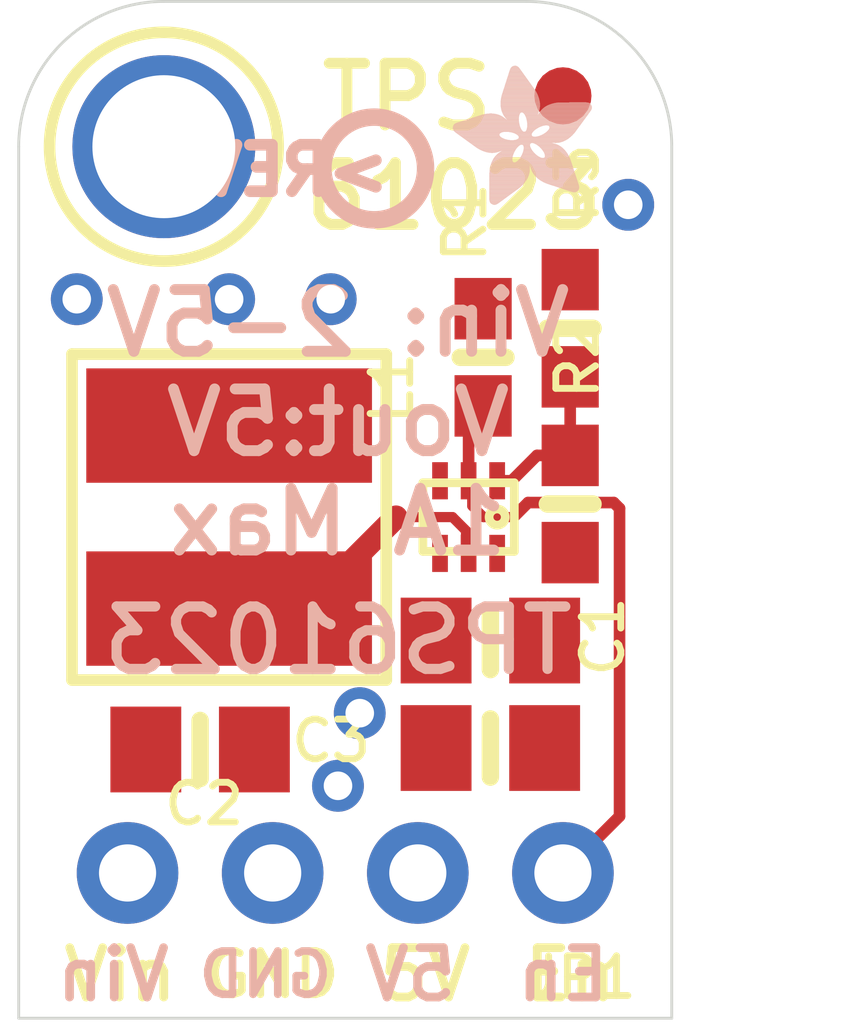
<source format=kicad_pcb>
(kicad_pcb (version 20211014) (generator pcbnew)
  (layers (0 "F.Cu" signal) (31 "B.Cu" signal) (34 "B.Paste" user) (35 "F.Paste" user) (36 "B.SilkS" user "B.Silkscreen") (37 "F.SilkS" user "F.Silkscreen") (38 "B.Mask" user) (39 "F.Mask" user) (44 "Edge.Cuts" user))
  (net 0 "")
  (net 1 "GND")
  (net 2 "VIN")
  (net 3 "EN")
  (net 4 "FB")
  (net 5 "VDD")
  (net 6 "SW")
  (footprint "boardEagle:0603-NO" (layer "F.Cu") (at 152.4381 104.902 90)
    (fp_text reference "R2" (at 1.778 0.127 90) (layer "F.SilkS") (effects (font (size 0.692831 0.692831) (thickness 0.119969)) (justify left)))
    (fp_text value "732K")
    (pad "1" smd rect (at -0.85 0 90) (size 1.075 1) (layers "F.Cu" "F.Paste" "F.Mask") (net 5 "VDD"))
    (pad "2" smd rect (at 0.85 0 90) (size 1.075 1) (layers "F.Cu" "F.Paste" "F.Mask") (net 4 "FB"))
  )
  (footprint "boardEagle:0805-NO" (layer "F.Cu") (at 151.0411 107.2896 180)
    (fp_text reference "C1" (at -1.9685 0.8255 90) (layer "F.SilkS") (effects (font (size 0.692831 0.692831) (thickness 0.119969)) (justify right)))
    (fp_text value "22uF")
    (pad "1" smd rect (at -0.95 0 180) (size 1.24 1.5) (layers "F.Cu" "F.Paste" "F.Mask") (net 5 "VDD"))
    (pad "2" smd rect (at 0.95 0 180) (size 1.24 1.5) (layers "F.Cu" "F.Paste" "F.Mask") (net 1 "GND"))
  )
  (footprint "boardEagle:INDUCTOR_5X5MM_TDK_VLC5045" (layer "F.Cu") (at 146.4691 105.1306 -90)
    (fp_text reference "L1" (at -2.946 -2.846 90) (layer "F.SilkS") (effects (font (size 0.692831 0.692831) (thickness 0.119969)) (justify right)))
    (fp_text value "1uH")
    (pad "P$1" smd rect (at -1.6 0 270) (size 2 5) (layers "F.Cu" "F.Paste" "F.Mask") (net 2 "VIN"))
    (pad "P$2" smd rect (at 1.6 0 270) (size 2 5) (layers "F.Cu" "F.Paste" "F.Mask") (net 6 "SW"))
  )
  (footprint "boardEagle:FIDUCIAL_1MM" (layer "F.Cu") (at 152.3111 97.7646)
    (fp_text reference "FID1" hide)
    (fp_text value "FIDUCIAL_1MM" hide)
    (pad "1" smd roundrect (at 0 0) (size 1 1) (layers "F.Cu" "F.Mask") (roundrect_rratio 0.5))
  )
  (footprint "boardEagle:0603-NO" (layer "F.Cu") (at 152.4381 101.8286 90)
    (fp_text reference "R3" (at 1.778 0.127 90) (layer "F.SilkS") (effects (font (size 0.692831 0.692831) (thickness 0.119969)) (justify left)))
    (fp_text value "100K")
    (pad "1" smd rect (at -0.85 0 90) (size 1.075 1) (layers "F.Cu" "F.Paste" "F.Mask") (net 4 "FB"))
    (pad "2" smd rect (at 0.85 0 90) (size 1.075 1) (layers "F.Cu" "F.Paste" "F.Mask") (net 1 "GND"))
  )
  (footprint "boardEagle:0805-NO" (layer "F.Cu") (at 151.0411 109.1692 180)
    (fp_text reference "C3" (at 2.032 0.127) (layer "F.SilkS") (effects (font (size 0.692831 0.692831) (thickness 0.119969)) (justify right)))
    (fp_text value "22uF")
    (pad "1" smd rect (at -0.95 0 180) (size 1.24 1.5) (layers "F.Cu" "F.Paste" "F.Mask") (net 5 "VDD"))
    (pad "2" smd rect (at 0.95 0 180) (size 1.24 1.5) (layers "F.Cu" "F.Paste" "F.Mask") (net 1 "GND"))
  )
  (footprint "boardEagle:SOT563" (layer "F.Cu") (at 150.6601 105.1306 -90)
    (fp_text reference "IC1" hide)
    (fp_text value "TPS61023" hide)
    (pad "1" smd rect (at -0.635 -0.5 270) (size 0.65 0.275) (layers "F.Cu" "F.Paste" "F.Mask") (net 4 "FB"))
    (pad "2" smd rect (at -0.635 0 270) (size 0.65 0.275) (layers "F.Cu" "F.Paste" "F.Mask") (net 3 "EN"))
    (pad "3" smd rect (at -0.635 0.5 270) (size 0.65 0.275) (layers "F.Cu" "F.Paste" "F.Mask") (net 2 "VIN"))
    (pad "4" smd rect (at 0.635 0.5 270) (size 0.65 0.275) (layers "F.Cu" "F.Paste" "F.Mask") (net 1 "GND"))
    (pad "5" smd rect (at 0.635 0 270) (size 0.65 0.275) (layers "F.Cu" "F.Paste" "F.Mask") (net 6 "SW"))
    (pad "6" smd rect (at 0.635 -0.5 270) (size 0.65 0.275) (layers "F.Cu" "F.Paste" "F.Mask") (net 5 "VDD"))
  )
  (footprint "boardEagle:0603-NO" (layer "F.Cu") (at 150.9141 102.3366 -90)
    (fp_text reference "R1" (at -3.1115 0.3175 90) (layer "F.SilkS") (effects (font (size 0.692831 0.692831) (thickness 0.119969)) (justify right)))
    (fp_text value "100K")
    (pad "1" smd rect (at -0.85 0 270) (size 1.075 1) (layers "F.Cu" "F.Paste" "F.Mask") (net 2 "VIN"))
    (pad "2" smd rect (at 0.85 0 270) (size 1.075 1) (layers "F.Cu" "F.Paste" "F.Mask") (net 3 "EN"))
  )
  (footprint "boardEagle:0805-NO" (layer "F.Cu") (at 145.9611 109.1946)
    (fp_text reference "C2" (at 0.8255 0.9525) (layer "F.SilkS") (effects (font (size 0.692831 0.692831) (thickness 0.119969)) (justify right)))
    (fp_text value "22uF")
    (pad "1" smd rect (at -0.95 0) (size 1.24 1.5) (layers "F.Cu" "F.Paste" "F.Mask") (net 2 "VIN"))
    (pad "2" smd rect (at 0.95 0) (size 1.24 1.5) (layers "F.Cu" "F.Paste" "F.Mask") (net 1 "GND"))
  )
  (footprint "boardEagle:MOUNTINGHOLE_2.5_PLATED" (layer "F.Cu") (at 145.3261 98.6536)
    (fp_text reference "U$9" hide)
    (fp_text value "MOUNTINGHOLE2.5" hide)
    (pad "P$1" thru_hole circle (at 0 0) (size 3.2 3.2) (drill 2.5) (layers *.Cu *.Mask))
  )
  (footprint "boardEagle:1X04_ROUND" (layer "F.Cu") (at 148.5011 111.3536 180)
    (fp_text reference "JP1" (at -5.1562 -1.8288) (layer "F.SilkS") (effects (font (size 0.692831 0.692831) (thickness 0.119969)) (justify right)))
    (fp_text value "")
    (pad "1" thru_hole circle (at -3.81 0 270) (size 1.778 1.778) (drill 1) (layers *.Cu *.Mask) (net 3 "EN"))
    (pad "2" thru_hole circle (at -1.27 0 270) (size 1.778 1.778) (drill 1) (layers *.Cu *.Mask) (net 5 "VDD"))
    (pad "3" thru_hole circle (at 1.27 0 270) (size 1.778 1.778) (drill 1) (layers *.Cu *.Mask) (net 1 "GND"))
    (pad "4" thru_hole circle (at 3.81 0 270) (size 1.778 1.778) (drill 1) (layers *.Cu *.Mask) (net 2 "VIN"))
  )
  (footprint "boardEagle:PCBFEAT-REV-040" (layer "B.Cu") (at 149.0091 99.0346 180)
    (fp_text reference "U$10" hide)
    (fp_text value "" hide)
    (fp_text user ">REV" (at -0.3556 -0.508) (layer "B.SilkS") (effects (font (size 0.8128 0.8128) (thickness 0.2032)) (justify left bottom mirror)))
  )
  (footprint "boardEagle:ADAFRUIT_2.5MM" (layer "B.Cu") (at 152.8191 99.6696 180)
    (fp_text reference "U$11" hide)
    (fp_text value "" hide)
  )
  (gr_line (start 142.7861 113.8936) (end 142.7861 98.6536) (layer "Edge.Cuts") (width 0.05))
  (gr_line (start 145.3261 96.1136) (end 151.6761 96.1136) (layer "Edge.Cuts") (width 0.05))
  (gr_line (start 154.2161 113.8936) (end 142.7861 113.8936) (layer "Edge.Cuts") (width 0.05))
  (gr_line (start 154.2161 98.6536) (end 154.2161 113.8936) (layer "Edge.Cuts") (width 0.05))
  (gr_arc (start 142.7861 98.6536) (mid 143.530049 96.857549) (end 145.3261 96.1136) (layer "Edge.Cuts") (width 0.05))
  (gr_arc (start 151.6761 96.1136) (mid 153.472151 96.857549) (end 154.2161 98.6536) (layer "Edge.Cuts") (width 0.05))
  (gr_text "En" (at 152.3111 113.1316) (layer "B.SilkS") (effects (font (size 0.8636 0.8636) (thickness 0.1524)) (justify mirror)))
  (gr_text "Vin: 2-5V\nVout:5V\n1A Max" (at 148.3741 103.4796) (layer "B.SilkS") (effects (font (size 1.0795 1.0795) (thickness 0.1905)) (justify mirror)))
  (gr_text "TPS61023" (at 148.3741 107.2896) (layer "B.SilkS") (effects (font (size 1.0922 1.0922) (thickness 0.1778)) (justify mirror)))
  (gr_text "Vin" (at 144.4371 113.1316) (layer "B.SilkS") (effects (font (size 0.8636 0.8636) (thickness 0.1524)) (justify mirror)))
  (gr_text "5V" (at 149.6441 113.1316) (layer "B.SilkS") (effects (font (size 0.8636 0.8636) (thickness 0.1524)) (justify mirror)))
  (gr_text "GND" (at 147.1041 113.1316) (layer "B.SilkS") (effects (font (size 0.75565 0.75565) (thickness 0.13335)) (justify mirror)))
  (gr_text "5V" (at 149.8981 113.1316) (layer "F.SilkS") (effects (font (size 0.8636 0.8636) (thickness 0.1524))))
  (gr_text "En" (at 152.4381 113.1316) (layer "F.SilkS") (effects (font (size 0.8636 0.8636) (thickness 0.1524))))
  (gr_text "TPS  \n61023" (at 150.4061 98.6536) (layer "F.SilkS") (effects (font (size 1.0795 1.0795) (thickness 0.1905))))
  (gr_text "Vin" (at 144.5641 113.1316) (layer "F.SilkS") (effects (font (size 0.8636 0.8636) (thickness 0.1524))))
  (gr_text "GND" (at 147.2311 113.1316) (layer "F.SilkS") (effects (font (size 0.75565 0.75565) (thickness 0.13335))))
  (segment (start 150.1601 107.2206) (end 150.0911 107.2896) (width 0.254) (layer "F.Cu") (net 1))
  (via (at 148.7551 108.5596) (size 0.9064) (drill 0.5) (layers "F.Cu" "B.Cu") (net 1))
  (via (at 143.8021 101.3206) (size 0.9064) (drill 0.5) (layers "F.Cu" "B.Cu") (net 1))
  (via (at 148.3741 109.8296) (size 0.9064) (drill 0.5) (layers "F.Cu" "B.Cu") (net 1))
  (via (at 153.4541 99.6696) (size 0.9064) (drill 0.5) (layers "F.Cu" "B.Cu") (net 1))
  (via (at 148.2471 101.3206) (size 0.9064) (drill 0.5) (layers "F.Cu" "B.Cu") (net 1))
  (via (at 146.4691 101.3206) (size 0.9064) (drill 0.5) (layers "F.Cu" "B.Cu") (net 1))
  (segment (start 144.8181 109.3876) (end 145.0111 109.1946) (width 0.4064) (layer "F.Cu") (net 2))
  (segment (start 150.6601 104.4956) (end 150.7236 104.5591) (width 0.1778) (layer "F.Cu") (net 3))
  (segment (start 153.3017 104.9782) (end 153.3017 110.363) (width 0.2032) (layer "F.Cu") (net 3))
  (segment (start 151.7015 104.8766) (end 153.2001 104.8766) (width 0.2032) (layer "F.Cu") (net 3))
  (segment (start 150.919178 105.1306) (end 151.4475 105.1306) (width 0.1778) (layer "F.Cu") (net 3))
  (segment (start 153.2001 104.8766) (end 153.3017 104.9782) (width 0.2032) (layer "F.Cu") (net 3))
  (segment (start 150.7236 104.935022) (end 150.919178 105.1306) (width 0.1778) (layer "F.Cu") (net 3))
  (segment (start 150.6601 104.4956) (end 150.6601 103.4406) (width 0.2032) (layer "F.Cu") (net 3))
  (segment (start 151.4475 105.1306) (end 151.7015 104.8766) (width 0.2032) (layer "F.Cu") (net 3))
  (segment (start 150.6601 103.4406) (end 150.9141 103.1866) (width 0.2032) (layer "F.Cu") (net 3))
  (segment (start 153.3017 110.363) (end 152.3111 111.3536) (width 0.2032) (layer "F.Cu") (net 3))
  (segment (start 150.7236 104.5591) (end 150.7236 104.935022) (width 0.1778) (layer "F.Cu") (net 3))
  (segment (start 151.1601 104.4956) (end 151.4141 104.4956) (width 0.2032) (layer "F.Cu") (net 4))
  (segment (start 151.8577 104.052) (end 152.4381 104.052) (width 0.2032) (layer "F.Cu") (net 4))
  (segment (start 151.8577 104.052) (end 151.4141 104.4956) (width 0.2032) (layer "F.Cu") (net 4))
  (segment (start 152.4381 102.6786) (end 152.4381 104.052) (width 0.2032) (layer "F.Cu") (net 4))
  (segment (start 150.614381 105.366822) (end 150.378159 105.1306) (width 0.1778) (layer "F.Cu") (net 6))
  (segment (start 148.5011 106.5276) (end 147.1041 106.5276) (width 0.4064) (layer "F.Cu") (net 6))
  (segment (start 150.6601 105.7656) (end 150.614381 105.719882) (width 0.1778) (layer "F.Cu") (net 6))
  (segment (start 146.9011 106.7306) (end 146.4691 106.7306) (width 0.4064) (layer "F.Cu") (net 6))
  (segment (start 147.1041 106.5276) (end 146.9011 106.7306) (width 0.4064) (layer "F.Cu") (net 6))
  (segment (start 150.378159 105.1306) (end 149.3901 105.1306) (width 0.1778) (layer "F.Cu") (net 6))
  (segment (start 148.5011 106.0196) (end 148.5011 106.5276) (width 0.4064) (layer "F.Cu") (net 6))
  (segment (start 150.614381 105.366822) (end 150.614381 105.719882) (width 0.1778) (layer "F.Cu") (net 6))
  (segment (start 149.3901 105.1306) (end 148.5011 106.0196) (width 0.4064) (layer "F.Cu") (net 6))
)
</source>
